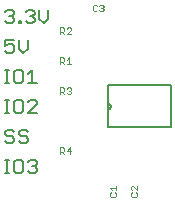
<source format=gtl>
G75*
%MOIN*%
%OFA0B0*%
%FSLAX25Y25*%
%IPPOS*%
%LPD*%
%AMOC8*
5,1,8,0,0,1.08239X$1,22.5*
%
%ADD10C,0.00200*%
%ADD11C,0.00500*%
D10*
X0048600Y0021161D02*
X0048600Y0023363D01*
X0049701Y0023363D01*
X0050068Y0022996D01*
X0050068Y0022262D01*
X0049701Y0021895D01*
X0048600Y0021895D01*
X0049334Y0021895D02*
X0050068Y0021161D01*
X0050810Y0022262D02*
X0052278Y0022262D01*
X0051911Y0023363D02*
X0050810Y0022262D01*
X0051911Y0021161D02*
X0051911Y0023363D01*
X0067359Y0010568D02*
X0067359Y0009100D01*
X0067359Y0009834D02*
X0065157Y0009834D01*
X0065891Y0009100D01*
X0065524Y0008358D02*
X0065157Y0007991D01*
X0065157Y0007257D01*
X0065524Y0006891D01*
X0066992Y0006891D01*
X0067359Y0007257D01*
X0067359Y0007991D01*
X0066992Y0008358D01*
X0072157Y0007991D02*
X0072157Y0007257D01*
X0072524Y0006891D01*
X0073992Y0006891D01*
X0074359Y0007257D01*
X0074359Y0007991D01*
X0073992Y0008358D01*
X0074359Y0009100D02*
X0072891Y0010568D01*
X0072524Y0010568D01*
X0072157Y0010201D01*
X0072157Y0009467D01*
X0072524Y0009100D01*
X0072524Y0008358D02*
X0072157Y0007991D01*
X0074359Y0009100D02*
X0074359Y0010568D01*
X0051911Y0041161D02*
X0051177Y0041161D01*
X0050810Y0041528D01*
X0050068Y0041161D02*
X0049334Y0041895D01*
X0049701Y0041895D02*
X0048600Y0041895D01*
X0048600Y0041161D02*
X0048600Y0043363D01*
X0049701Y0043363D01*
X0050068Y0042996D01*
X0050068Y0042262D01*
X0049701Y0041895D01*
X0050810Y0042996D02*
X0051177Y0043363D01*
X0051911Y0043363D01*
X0052278Y0042996D01*
X0052278Y0042629D01*
X0051911Y0042262D01*
X0052278Y0041895D01*
X0052278Y0041528D01*
X0051911Y0041161D01*
X0051911Y0042262D02*
X0051544Y0042262D01*
X0051544Y0051161D02*
X0051544Y0053363D01*
X0050810Y0052629D01*
X0050068Y0052996D02*
X0050068Y0052262D01*
X0049701Y0051895D01*
X0048600Y0051895D01*
X0049334Y0051895D02*
X0050068Y0051161D01*
X0050810Y0051161D02*
X0052278Y0051161D01*
X0050068Y0052996D02*
X0049701Y0053363D01*
X0048600Y0053363D01*
X0048600Y0051161D01*
X0048600Y0061161D02*
X0048600Y0063363D01*
X0049701Y0063363D01*
X0050068Y0062996D01*
X0050068Y0062262D01*
X0049701Y0061895D01*
X0048600Y0061895D01*
X0049334Y0061895D02*
X0050068Y0061161D01*
X0050810Y0061161D02*
X0052278Y0062629D01*
X0052278Y0062996D01*
X0051911Y0063363D01*
X0051177Y0063363D01*
X0050810Y0062996D01*
X0050810Y0061161D02*
X0052278Y0061161D01*
X0059817Y0068720D02*
X0060551Y0068720D01*
X0060918Y0069087D01*
X0061660Y0069087D02*
X0062027Y0068720D01*
X0062761Y0068720D01*
X0063128Y0069087D01*
X0063128Y0069454D01*
X0062761Y0069821D01*
X0062394Y0069821D01*
X0062761Y0069821D02*
X0063128Y0070188D01*
X0063128Y0070555D01*
X0062761Y0070922D01*
X0062027Y0070922D01*
X0061660Y0070555D01*
X0060918Y0070555D02*
X0060551Y0070922D01*
X0059817Y0070922D01*
X0059450Y0070555D01*
X0059450Y0069087D01*
X0059817Y0068720D01*
D11*
X0031751Y0014811D02*
X0030250Y0014811D01*
X0031001Y0014811D02*
X0031001Y0019315D01*
X0031751Y0019315D02*
X0030250Y0019315D01*
X0033319Y0018564D02*
X0033319Y0015561D01*
X0034070Y0014811D01*
X0035571Y0014811D01*
X0036322Y0015561D01*
X0036322Y0018564D01*
X0035571Y0019315D01*
X0034070Y0019315D01*
X0033319Y0018564D01*
X0037923Y0018564D02*
X0038674Y0019315D01*
X0040175Y0019315D01*
X0040926Y0018564D01*
X0040926Y0017813D01*
X0040175Y0017063D01*
X0040926Y0016312D01*
X0040926Y0015561D01*
X0040175Y0014811D01*
X0038674Y0014811D01*
X0037923Y0015561D01*
X0039424Y0017063D02*
X0040175Y0017063D01*
X0037106Y0024811D02*
X0035605Y0024811D01*
X0034854Y0025561D01*
X0033253Y0025561D02*
X0033253Y0026312D01*
X0032502Y0027063D01*
X0031001Y0027063D01*
X0030250Y0027813D01*
X0030250Y0028564D01*
X0031001Y0029315D01*
X0032502Y0029315D01*
X0033253Y0028564D01*
X0034854Y0028564D02*
X0034854Y0027813D01*
X0035605Y0027063D01*
X0037106Y0027063D01*
X0037856Y0026312D01*
X0037856Y0025561D01*
X0037106Y0024811D01*
X0033253Y0025561D02*
X0032502Y0024811D01*
X0031001Y0024811D01*
X0030250Y0025561D01*
X0034854Y0028564D02*
X0035605Y0029315D01*
X0037106Y0029315D01*
X0037856Y0028564D01*
X0037923Y0034811D02*
X0040926Y0037813D01*
X0040926Y0038564D01*
X0040175Y0039315D01*
X0038674Y0039315D01*
X0037923Y0038564D01*
X0036322Y0038564D02*
X0035571Y0039315D01*
X0034070Y0039315D01*
X0033319Y0038564D01*
X0033319Y0035561D01*
X0034070Y0034811D01*
X0035571Y0034811D01*
X0036322Y0035561D01*
X0036322Y0038564D01*
X0037923Y0034811D02*
X0040926Y0034811D01*
X0031751Y0034811D02*
X0030250Y0034811D01*
X0031001Y0034811D02*
X0031001Y0039315D01*
X0031751Y0039315D02*
X0030250Y0039315D01*
X0030250Y0044811D02*
X0031751Y0044811D01*
X0031001Y0044811D02*
X0031001Y0049315D01*
X0031751Y0049315D02*
X0030250Y0049315D01*
X0033319Y0048564D02*
X0033319Y0045561D01*
X0034070Y0044811D01*
X0035571Y0044811D01*
X0036322Y0045561D01*
X0036322Y0048564D01*
X0035571Y0049315D01*
X0034070Y0049315D01*
X0033319Y0048564D01*
X0037923Y0047813D02*
X0039424Y0049315D01*
X0039424Y0044811D01*
X0037923Y0044811D02*
X0040926Y0044811D01*
X0036355Y0054811D02*
X0037856Y0056312D01*
X0037856Y0059315D01*
X0034854Y0059315D02*
X0034854Y0056312D01*
X0036355Y0054811D01*
X0033253Y0055561D02*
X0033253Y0057063D01*
X0032502Y0057813D01*
X0031751Y0057813D01*
X0030250Y0057063D01*
X0030250Y0059315D01*
X0033253Y0059315D01*
X0033253Y0055561D02*
X0032502Y0054811D01*
X0031001Y0054811D01*
X0030250Y0055561D01*
X0031001Y0064811D02*
X0030250Y0065561D01*
X0031001Y0064811D02*
X0032502Y0064811D01*
X0033253Y0065561D01*
X0033253Y0066312D01*
X0032502Y0067063D01*
X0031751Y0067063D01*
X0032502Y0067063D02*
X0033253Y0067813D01*
X0033253Y0068564D01*
X0032502Y0069315D01*
X0031001Y0069315D01*
X0030250Y0068564D01*
X0034854Y0065561D02*
X0034854Y0064811D01*
X0035605Y0064811D01*
X0035605Y0065561D01*
X0034854Y0065561D01*
X0037156Y0065561D02*
X0037907Y0064811D01*
X0039408Y0064811D01*
X0040158Y0065561D01*
X0040158Y0066312D01*
X0039408Y0067063D01*
X0038657Y0067063D01*
X0039408Y0067063D02*
X0040158Y0067813D01*
X0040158Y0068564D01*
X0039408Y0069315D01*
X0037907Y0069315D01*
X0037156Y0068564D01*
X0041760Y0069315D02*
X0041760Y0066312D01*
X0043261Y0064811D01*
X0044762Y0066312D01*
X0044762Y0069315D01*
X0064500Y0044061D02*
X0064500Y0038061D01*
X0064500Y0036061D01*
X0064500Y0030061D01*
X0085500Y0030061D01*
X0085500Y0044061D01*
X0064500Y0044061D01*
X0064500Y0038061D02*
X0064562Y0038059D01*
X0064623Y0038053D01*
X0064684Y0038044D01*
X0064744Y0038031D01*
X0064803Y0038014D01*
X0064861Y0037993D01*
X0064918Y0037969D01*
X0064973Y0037942D01*
X0065026Y0037911D01*
X0065078Y0037877D01*
X0065127Y0037840D01*
X0065174Y0037800D01*
X0065218Y0037757D01*
X0065259Y0037712D01*
X0065298Y0037664D01*
X0065334Y0037613D01*
X0065366Y0037561D01*
X0065395Y0037507D01*
X0065421Y0037451D01*
X0065443Y0037393D01*
X0065462Y0037335D01*
X0065477Y0037275D01*
X0065488Y0037214D01*
X0065496Y0037153D01*
X0065500Y0037092D01*
X0065500Y0037030D01*
X0065496Y0036969D01*
X0065488Y0036908D01*
X0065477Y0036847D01*
X0065462Y0036787D01*
X0065443Y0036729D01*
X0065421Y0036671D01*
X0065395Y0036615D01*
X0065366Y0036561D01*
X0065334Y0036509D01*
X0065298Y0036458D01*
X0065259Y0036410D01*
X0065218Y0036365D01*
X0065174Y0036322D01*
X0065127Y0036282D01*
X0065078Y0036245D01*
X0065026Y0036211D01*
X0064973Y0036180D01*
X0064918Y0036153D01*
X0064861Y0036129D01*
X0064803Y0036108D01*
X0064744Y0036091D01*
X0064684Y0036078D01*
X0064623Y0036069D01*
X0064562Y0036063D01*
X0064500Y0036061D01*
M02*

</source>
